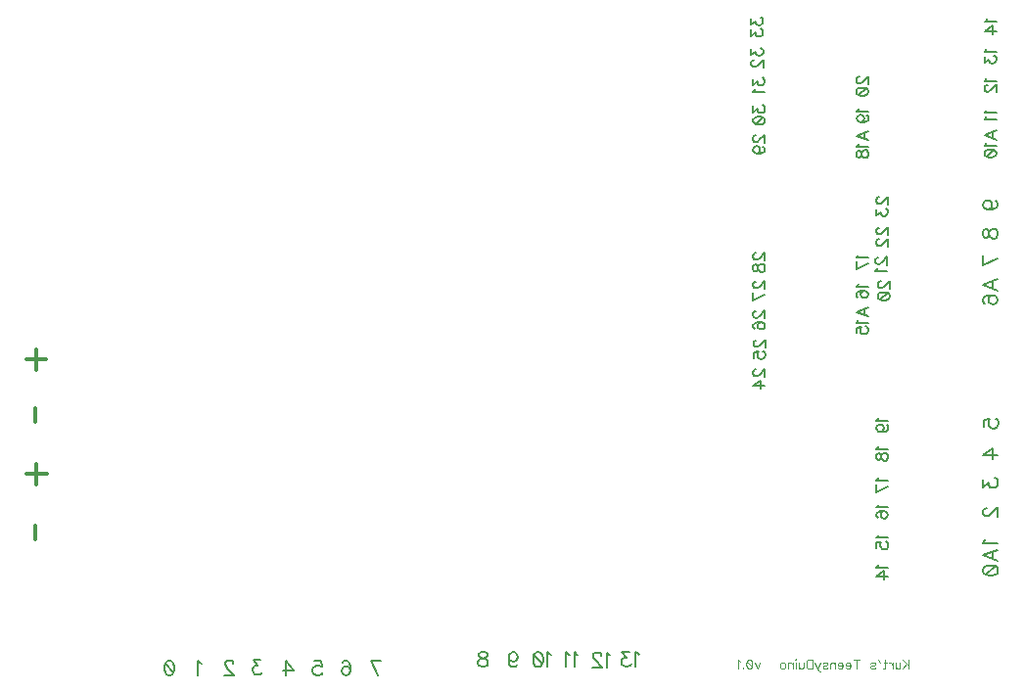
<source format=gbo>
G04 DipTrace Beta 2.3.5.2*
%INTeensyDuinoV001-wide.gbo*%
%MOIN*%
%ADD117C,0.0062*%
%ADD118C,0.0077*%
%ADD119C,0.0124*%
%ADD120C,0.0046*%
%FSLAX44Y44*%
G04*
G70*
G90*
G75*
G01*
%LNBotSilk*%
%LPD*%
X9346Y4613D2*
D118*
X9418Y4590D1*
X9466Y4518D1*
X9490Y4398D1*
Y4327D1*
X9466Y4207D1*
X9418Y4135D1*
X9346Y4112D1*
X9299D1*
X9227Y4135D1*
X9179Y4207D1*
X9155Y4327D1*
Y4398D1*
X9179Y4518D1*
X9227Y4590D1*
X9299Y4613D1*
X9346D1*
X9179Y4518D2*
X9466Y4207D1*
X10410Y4523D2*
X10362Y4547D1*
X10290Y4618D1*
Y4117D1*
X11501Y4504D2*
Y4528D1*
X11477Y4576D1*
X11453Y4600D1*
X11405Y4623D1*
X11309D1*
X11262Y4600D1*
X11238Y4576D1*
X11214Y4528D1*
Y4480D1*
X11238Y4432D1*
X11286Y4361D1*
X11525Y4122D1*
X11190D1*
X12432Y4633D2*
X12169D1*
X12312Y4442D1*
X12241D1*
X12193Y4418D1*
X12169Y4395D1*
X12145Y4323D1*
Y4275D1*
X12169Y4203D1*
X12217Y4155D1*
X12289Y4132D1*
X12361D1*
X12432Y4155D1*
X12456Y4180D1*
X12480Y4227D1*
X13299Y4112D2*
Y4613D1*
X13539Y4279D1*
X13180D1*
X14243Y4613D2*
X14482D1*
X14506Y4398D1*
X14482Y4422D1*
X14410Y4447D1*
X14339D1*
X14267Y4422D1*
X14219Y4375D1*
X14195Y4303D1*
Y4255D1*
X14219Y4183D1*
X14267Y4135D1*
X14339Y4112D1*
X14410D1*
X14482Y4135D1*
X14506Y4160D1*
X14530Y4207D1*
X15204Y4542D2*
X15228Y4590D1*
X15299Y4613D1*
X15347D1*
X15419Y4590D1*
X15467Y4518D1*
X15491Y4398D1*
Y4279D1*
X15467Y4183D1*
X15419Y4135D1*
X15347Y4112D1*
X15323D1*
X15252Y4135D1*
X15204Y4183D1*
X15180Y4255D1*
Y4279D1*
X15204Y4351D1*
X15252Y4398D1*
X15323Y4422D1*
X15347D1*
X15419Y4398D1*
X15467Y4351D1*
X15491Y4279D1*
X16424Y4122D2*
X16185Y4623D1*
X16520D1*
X5142Y10971D2*
D119*
X4454D1*
X4798Y10627D2*
Y11316D1*
X4763Y8754D2*
Y9196D1*
X20045Y4908D2*
D118*
X20116Y4885D1*
X20141Y4837D1*
Y4789D1*
X20116Y4742D1*
X20069Y4717D1*
X19973Y4693D1*
X19901Y4670D1*
X19854Y4622D1*
X19830Y4574D1*
Y4502D1*
X19854Y4455D1*
X19878Y4430D1*
X19949Y4407D1*
X20045D1*
X20116Y4430D1*
X20141Y4455D1*
X20164Y4502D1*
Y4574D1*
X20141Y4622D1*
X20093Y4670D1*
X20021Y4693D1*
X19926Y4717D1*
X19878Y4742D1*
X19854Y4789D1*
Y4837D1*
X19878Y4885D1*
X19949Y4908D1*
X20045D1*
X20870Y4732D2*
X20894Y4660D1*
X20942Y4612D1*
X21014Y4588D1*
X21037D1*
X21109Y4612D1*
X21157Y4660D1*
X21181Y4732D1*
Y4755D1*
X21157Y4827D1*
X21109Y4875D1*
X21037Y4898D1*
X21014D1*
X20942Y4875D1*
X20894Y4827D1*
X20870Y4732D1*
Y4612D1*
X20894Y4492D1*
X20942Y4420D1*
X21014Y4397D1*
X21061D1*
X21133Y4420D1*
X21157Y4468D1*
X22314Y4808D2*
X22266Y4832D1*
X22194Y4903D1*
Y4402D1*
X21896Y4903D2*
X21968Y4880D1*
X22016Y4808D1*
X22040Y4688D1*
Y4617D1*
X22016Y4497D1*
X21968Y4425D1*
X21896Y4402D1*
X21849D1*
X21777Y4425D1*
X21729Y4497D1*
X21705Y4617D1*
Y4688D1*
X21729Y4808D1*
X21777Y4880D1*
X21849Y4903D1*
X21896D1*
X21729Y4808D2*
X22016Y4497D1*
X23229Y4803D2*
X23181Y4827D1*
X23109Y4898D1*
Y4397D1*
X22955Y4803D2*
X22907Y4827D1*
X22835Y4898D1*
Y4397D1*
X24329Y4798D2*
X24281Y4822D1*
X24209Y4893D1*
Y4392D1*
X24031Y4774D2*
Y4798D1*
X24007Y4846D1*
X23983Y4870D1*
X23935Y4893D1*
X23839D1*
X23792Y4870D1*
X23768Y4846D1*
X23744Y4798D1*
Y4750D1*
X23768Y4702D1*
X23816Y4631D1*
X24055Y4392D1*
X23720D1*
X25319Y4813D2*
X25271Y4837D1*
X25199Y4908D1*
Y4407D1*
X24997Y4908D2*
X24734D1*
X24877Y4717D1*
X24806D1*
X24758Y4693D1*
X24734Y4670D1*
X24710Y4598D1*
Y4550D1*
X24734Y4478D1*
X24782Y4430D1*
X24854Y4407D1*
X24926D1*
X24997Y4430D1*
X25021Y4455D1*
X25045Y4502D1*
X34488Y4647D2*
D120*
Y4346D1*
X34287Y4647D2*
X34488Y4446D1*
X34416Y4518D2*
X34287Y4346D1*
X34194Y4546D2*
Y4403D1*
X34180Y4360D1*
X34151Y4346D1*
X34108D1*
X34080Y4360D1*
X34037Y4403D1*
Y4546D2*
Y4346D1*
X33944Y4546D2*
Y4346D1*
Y4460D2*
X33929Y4503D1*
X33901Y4532D1*
X33872Y4546D1*
X33829D1*
X33693Y4647D2*
Y4403D1*
X33679Y4360D1*
X33650Y4346D1*
X33621D1*
X33736Y4546D2*
X33636D1*
X33457Y4647D2*
X33529Y4560D1*
X33443Y4632D1*
X33457Y4647D1*
X33192Y4503D2*
X33206Y4532D1*
X33249Y4546D1*
X33293D1*
X33336Y4532D1*
X33350Y4503D1*
X33336Y4475D1*
X33307Y4460D1*
X33235Y4446D1*
X33206Y4432D1*
X33192Y4403D1*
Y4389D1*
X33206Y4360D1*
X33249Y4346D1*
X33293D1*
X33336Y4360D1*
X33350Y4389D1*
X32707Y4647D2*
Y4346D1*
X32808Y4647D2*
X32607D1*
X32514Y4460D2*
X32342D1*
Y4489D1*
X32356Y4518D1*
X32371Y4532D1*
X32400Y4546D1*
X32443D1*
X32471Y4532D1*
X32500Y4503D1*
X32514Y4460D1*
Y4432D1*
X32500Y4389D1*
X32471Y4360D1*
X32443Y4346D1*
X32400D1*
X32371Y4360D1*
X32342Y4389D1*
X32250Y4460D2*
X32077D1*
Y4489D1*
X32092Y4518D1*
X32106Y4532D1*
X32135Y4546D1*
X32178D1*
X32206Y4532D1*
X32235Y4503D1*
X32250Y4460D1*
Y4432D1*
X32235Y4389D1*
X32206Y4360D1*
X32178Y4346D1*
X32135D1*
X32106Y4360D1*
X32077Y4389D1*
X31985Y4546D2*
Y4346D1*
Y4489D2*
X31942Y4532D1*
X31913Y4546D1*
X31870D1*
X31841Y4532D1*
X31827Y4489D1*
Y4346D1*
X31576Y4503D2*
X31591Y4532D1*
X31634Y4546D1*
X31677D1*
X31720Y4532D1*
X31734Y4503D1*
X31720Y4475D1*
X31691Y4460D1*
X31620Y4446D1*
X31591Y4432D1*
X31576Y4403D1*
Y4389D1*
X31591Y4360D1*
X31634Y4346D1*
X31677D1*
X31720Y4360D1*
X31734Y4389D1*
X31469Y4546D2*
X31383Y4346D1*
X31412Y4288D1*
X31441Y4259D1*
X31469Y4245D1*
X31484D1*
X31297Y4546D2*
X31383Y4346D1*
X31204Y4647D2*
Y4346D1*
X31104D1*
X31061Y4360D1*
X31032Y4389D1*
X31018Y4417D1*
X31003Y4460D1*
Y4532D1*
X31018Y4575D1*
X31032Y4604D1*
X31061Y4633D1*
X31104Y4647D1*
X31204D1*
X30911Y4546D2*
Y4403D1*
X30897Y4360D1*
X30868Y4346D1*
X30825D1*
X30796Y4360D1*
X30753Y4403D1*
Y4546D2*
Y4346D1*
X30660Y4647D2*
X30646Y4633D1*
X30632Y4647D1*
X30646Y4662D1*
X30660Y4647D1*
X30646Y4546D2*
Y4346D1*
X30539Y4546D2*
Y4346D1*
Y4489D2*
X30496Y4532D1*
X30467Y4546D1*
X30424D1*
X30395Y4532D1*
X30381Y4489D1*
Y4346D1*
X30217Y4546D2*
X30245Y4532D1*
X30274Y4503D1*
X30288Y4460D1*
Y4432D1*
X30274Y4389D1*
X30245Y4360D1*
X30217Y4346D1*
X30174D1*
X30145Y4360D1*
X30116Y4389D1*
X30102Y4432D1*
Y4460D1*
X30116Y4503D1*
X30145Y4532D1*
X30174Y4546D1*
X30217D1*
X29426D2*
X29340Y4346D1*
X29254Y4546D1*
X29075Y4647D2*
X29118Y4632D1*
X29147Y4589D1*
X29161Y4518D1*
Y4475D1*
X29147Y4403D1*
X29118Y4360D1*
X29075Y4346D1*
X29046D1*
X29003Y4360D1*
X28975Y4403D1*
X28960Y4475D1*
Y4518D1*
X28975Y4589D1*
X29003Y4632D1*
X29046Y4647D1*
X29075D1*
X28975Y4589D2*
X29147Y4403D1*
X28853Y4374D2*
X28868Y4360D1*
X28853Y4346D1*
X28839Y4360D1*
X28853Y4374D1*
X28746Y4589D2*
X28717Y4604D1*
X28674Y4647D1*
Y4346D1*
X5132Y14871D2*
D119*
X4444D1*
X4788Y14527D2*
Y15216D1*
X4753Y12754D2*
Y13196D1*
X37532Y8006D2*
D118*
X37030Y8198D1*
X37532Y8389D1*
X37365Y8317D2*
Y8078D1*
X37030Y7708D2*
X37054Y7780D1*
X37126Y7828D1*
X37245Y7851D1*
X37317D1*
X37437Y7828D1*
X37508Y7780D1*
X37532Y7708D1*
Y7660D1*
X37508Y7588D1*
X37437Y7541D1*
X37317Y7517D1*
X37245D1*
X37126Y7541D1*
X37054Y7588D1*
X37030Y7660D1*
Y7708D1*
X37126Y7541D2*
X37437Y7828D1*
X37122Y8743D2*
X37098Y8695D1*
X37027Y8623D1*
X37528D1*
X37148Y9816D2*
X37125D1*
X37077Y9792D1*
X37053Y9768D1*
X37029Y9720D1*
Y9625D1*
X37053Y9577D1*
X37077Y9553D1*
X37125Y9529D1*
X37172D1*
X37220Y9553D1*
X37292Y9601D1*
X37531Y9840D1*
Y9505D1*
X37029Y10782D2*
Y10520D1*
X37220Y10663D1*
Y10591D1*
X37244Y10543D1*
X37268Y10520D1*
X37340Y10495D1*
X37387D1*
X37459Y10520D1*
X37507Y10567D1*
X37531Y10639D1*
Y10711D1*
X37507Y10782D1*
X37483Y10806D1*
X37435Y10830D1*
X37529Y11603D2*
X37027D1*
X37362Y11842D1*
Y11483D1*
X37039Y12573D2*
Y12812D1*
X37254Y12836D1*
X37230Y12812D1*
X37206Y12740D1*
Y12669D1*
X37230Y12597D1*
X37278Y12549D1*
X37350Y12525D1*
X37397D1*
X37469Y12549D1*
X37517Y12597D1*
X37541Y12669D1*
Y12740D1*
X37517Y12812D1*
X37493Y12836D1*
X37445Y12860D1*
X37522Y17212D2*
X37020Y17403D1*
X37522Y17595D1*
X37355Y17523D2*
Y17283D1*
X37092Y16770D2*
X37044Y16794D1*
X37020Y16866D1*
Y16913D1*
X37044Y16985D1*
X37116Y17033D1*
X37235Y17057D1*
X37355D1*
X37450Y17033D1*
X37498Y16985D1*
X37522Y16913D1*
Y16890D1*
X37498Y16818D1*
X37450Y16770D1*
X37379Y16747D1*
X37355D1*
X37283Y16770D1*
X37235Y16818D1*
X37212Y16890D1*
Y16913D1*
X37235Y16985D1*
X37283Y17033D1*
X37355Y17057D1*
X37528Y18302D2*
X37027Y18063D1*
Y18398D1*
X37019Y19200D2*
X37043Y19272D1*
X37090Y19296D1*
X37138D1*
X37186Y19272D1*
X37210Y19224D1*
X37234Y19128D1*
X37258Y19057D1*
X37306Y19009D1*
X37353Y18985D1*
X37425D1*
X37473Y19009D1*
X37497Y19033D1*
X37521Y19105D1*
Y19200D1*
X37497Y19272D1*
X37473Y19296D1*
X37425Y19320D1*
X37353D1*
X37306Y19296D1*
X37258Y19248D1*
X37234Y19176D1*
X37210Y19081D1*
X37186Y19033D1*
X37138Y19009D1*
X37090D1*
X37043Y19033D1*
X37019Y19105D1*
Y19200D1*
X37186Y19975D2*
X37258Y20000D1*
X37306Y20047D1*
X37330Y20119D1*
Y20143D1*
X37306Y20215D1*
X37258Y20262D1*
X37186Y20286D1*
X37162D1*
X37090Y20262D1*
X37043Y20215D1*
X37019Y20143D1*
Y20119D1*
X37043Y20047D1*
X37090Y20000D1*
X37186Y19975D1*
X37306D1*
X37425Y20000D1*
X37497Y20047D1*
X37521Y20119D1*
Y20166D1*
X37497Y20238D1*
X37449Y20262D1*
X33108Y16340D2*
D117*
X32706Y16493D1*
X33108Y16646D1*
X32974Y16589D2*
Y16397D1*
X32783Y16216D2*
X32763Y16178D1*
X32706Y16120D1*
X33108D1*
X32706Y15767D2*
Y15958D1*
X32878Y15977D1*
X32859Y15958D1*
X32840Y15901D1*
Y15844D1*
X32859Y15786D1*
X32897Y15748D1*
X32955Y15729D1*
X32993D1*
X33050Y15748D1*
X33089Y15786D1*
X33108Y15844D1*
Y15901D1*
X33089Y15958D1*
X33069Y15977D1*
X33031Y15997D1*
X32779Y17433D2*
X32760Y17394D1*
X32703Y17337D1*
X33104D1*
X32760Y16984D2*
X32722Y17003D1*
X32703Y17061D1*
Y17099D1*
X32722Y17156D1*
X32779Y17194D1*
X32875Y17213D1*
X32970D1*
X33047Y17194D1*
X33085Y17156D1*
X33104Y17099D1*
Y17080D1*
X33085Y17022D1*
X33047Y16984D1*
X32989Y16965D1*
X32970D1*
X32913Y16984D1*
X32875Y17022D1*
X32856Y17080D1*
Y17099D1*
X32875Y17156D1*
X32913Y17194D1*
X32970Y17213D1*
X32782Y18425D2*
X32762Y18386D1*
X32705Y18329D1*
X33107D1*
Y18129D2*
X32705Y17938D1*
Y18205D1*
X33118Y22339D2*
X32716Y22493D1*
X33118Y22646D1*
X32984Y22588D2*
Y22397D1*
X32793Y22216D2*
X32773Y22177D1*
X32716Y22120D1*
X33118D1*
X32716Y21901D2*
X32735Y21958D1*
X32773Y21977D1*
X32812D1*
X32850Y21958D1*
X32869Y21920D1*
X32888Y21843D1*
X32907Y21786D1*
X32946Y21748D1*
X32984Y21729D1*
X33041D1*
X33079Y21748D1*
X33099Y21767D1*
X33118Y21824D1*
Y21901D1*
X33099Y21958D1*
X33079Y21977D1*
X33041Y21996D1*
X32984D1*
X32946Y21977D1*
X32907Y21939D1*
X32888Y21882D1*
X32869Y21805D1*
X32850Y21767D1*
X32812Y21748D1*
X32773D1*
X32735Y21767D1*
X32716Y21824D1*
Y21901D1*
X32799Y23423D2*
X32780Y23385D1*
X32723Y23327D1*
X33124D1*
X32856Y22955D2*
X32914Y22974D1*
X32952Y23012D1*
X32971Y23070D1*
Y23089D1*
X32952Y23146D1*
X32914Y23184D1*
X32856Y23204D1*
X32837D1*
X32780Y23184D1*
X32742Y23146D1*
X32723Y23089D1*
Y23070D1*
X32742Y23012D1*
X32780Y22974D1*
X32856Y22955D1*
X32952D1*
X33048Y22974D1*
X33105Y23012D1*
X33124Y23070D1*
Y23108D1*
X33105Y23165D1*
X33067Y23184D1*
X32811Y24497D2*
X32792D1*
X32753Y24478D1*
X32734Y24459D1*
X32715Y24421D1*
Y24344D1*
X32734Y24306D1*
X32753Y24287D1*
X32792Y24268D1*
X32830D1*
X32868Y24287D1*
X32925Y24325D1*
X33117Y24517D1*
Y24249D1*
X32715Y24010D2*
X32734Y24068D1*
X32792Y24106D1*
X32887Y24125D1*
X32945D1*
X33040Y24106D1*
X33098Y24068D1*
X33117Y24010D1*
Y23972D1*
X33098Y23915D1*
X33040Y23877D1*
X32945Y23858D1*
X32887D1*
X32792Y23877D1*
X32734Y23915D1*
X32715Y23972D1*
Y24010D1*
X32792Y23877D2*
X33040Y24106D1*
X37478Y22360D2*
X37076Y22513D1*
X37478Y22666D1*
X37344Y22609D2*
Y22417D1*
X37153Y22236D2*
X37133Y22198D1*
X37076Y22140D1*
X37478D1*
X37076Y21902D2*
X37095Y21959D1*
X37153Y21998D1*
X37248Y22017D1*
X37306D1*
X37401Y21998D1*
X37459Y21959D1*
X37478Y21902D1*
Y21864D1*
X37459Y21806D1*
X37401Y21768D1*
X37306Y21749D1*
X37248D1*
X37153Y21768D1*
X37095Y21806D1*
X37076Y21864D1*
Y21902D1*
X37153Y21768D2*
X37401Y21998D1*
X37149Y23360D2*
X37130Y23322D1*
X37073Y23264D1*
X37474D1*
X37149Y23141D2*
X37130Y23102D1*
X37073Y23045D1*
X37474D1*
X37152Y24455D2*
X37132Y24416D1*
X37075Y24359D1*
X37477D1*
X37171Y24216D2*
X37152D1*
X37113Y24197D1*
X37094Y24178D1*
X37075Y24140D1*
Y24063D1*
X37094Y24025D1*
X37113Y24006D1*
X37152Y23987D1*
X37190D1*
X37228Y24006D1*
X37285Y24044D1*
X37477Y24235D1*
Y23968D1*
X37152Y25445D2*
X37132Y25406D1*
X37075Y25349D1*
X37477D1*
X37075Y25187D2*
Y24977D1*
X37228Y25091D1*
Y25034D1*
X37247Y24996D1*
X37266Y24977D1*
X37324Y24958D1*
X37362D1*
X37419Y24977D1*
X37458Y25015D1*
X37477Y25072D1*
Y25130D1*
X37458Y25187D1*
X37438Y25206D1*
X37400Y25225D1*
X37160Y26462D2*
X37140Y26424D1*
X37083Y26366D1*
X37485D1*
Y26051D2*
X37083D1*
X37351Y26243D1*
Y25956D1*
X33458Y18343D2*
X33439D1*
X33401Y18324D1*
X33382Y18305D1*
X33363Y18266D1*
Y18190D1*
X33382Y18152D1*
X33401Y18133D1*
X33439Y18113D1*
X33477D1*
X33516Y18133D1*
X33573Y18171D1*
X33764Y18362D1*
Y18094D1*
X33439Y17971D2*
X33420Y17932D1*
X33363Y17875D1*
X33764D1*
X33481Y19357D2*
X33462D1*
X33423Y19338D1*
X33404Y19319D1*
X33385Y19281D1*
Y19204D1*
X33404Y19166D1*
X33423Y19147D1*
X33462Y19128D1*
X33500D1*
X33538Y19147D1*
X33595Y19185D1*
X33787Y19377D1*
Y19109D1*
X33481Y18966D2*
X33462D1*
X33423Y18947D1*
X33404Y18928D1*
X33385Y18890D1*
Y18813D1*
X33404Y18775D1*
X33423Y18756D1*
X33462Y18737D1*
X33500D1*
X33538Y18756D1*
X33595Y18794D1*
X33787Y18985D1*
Y18718D1*
X33481Y20397D2*
X33462D1*
X33423Y20378D1*
X33404Y20359D1*
X33385Y20321D1*
Y20244D1*
X33404Y20206D1*
X33423Y20187D1*
X33462Y20168D1*
X33500D1*
X33538Y20187D1*
X33595Y20225D1*
X33787Y20417D1*
Y20149D1*
X33385Y19987D2*
Y19777D1*
X33538Y19891D1*
Y19834D1*
X33557Y19796D1*
X33576Y19777D1*
X33634Y19758D1*
X33672D1*
X33729Y19777D1*
X33768Y19815D1*
X33787Y19872D1*
Y19930D1*
X33768Y19987D1*
X33748Y20006D1*
X33710Y20025D1*
X33542Y17529D2*
X33523D1*
X33484Y17510D1*
X33465Y17491D1*
X33446Y17452D1*
Y17376D1*
X33465Y17338D1*
X33484Y17319D1*
X33523Y17299D1*
X33561D1*
X33599Y17319D1*
X33656Y17357D1*
X33848Y17548D1*
Y17280D1*
X33446Y17042D2*
X33465Y17099D1*
X33523Y17138D1*
X33618Y17157D1*
X33676D1*
X33771Y17138D1*
X33829Y17099D1*
X33848Y17042D1*
Y17004D1*
X33829Y16946D1*
X33771Y16908D1*
X33676Y16889D1*
X33618D1*
X33523Y16908D1*
X33465Y16946D1*
X33446Y17004D1*
Y17042D1*
X33523Y16908D2*
X33771Y17138D1*
X29292Y14528D2*
X29273D1*
X29234Y14509D1*
X29215Y14490D1*
X29196Y14451D1*
Y14375D1*
X29215Y14337D1*
X29234Y14318D1*
X29273Y14298D1*
X29311D1*
X29349Y14318D1*
X29406Y14356D1*
X29598Y14547D1*
Y14279D1*
Y13964D2*
X29196D1*
X29464Y14156D1*
Y13869D1*
X29298Y15525D2*
X29279D1*
X29241Y15506D1*
X29222Y15487D1*
X29203Y15448D1*
Y15372D1*
X29222Y15334D1*
X29241Y15315D1*
X29279Y15295D1*
X29317D1*
X29356Y15315D1*
X29413Y15353D1*
X29604Y15544D1*
Y15276D1*
X29203Y14923D2*
Y15114D1*
X29375Y15133D1*
X29356Y15114D1*
X29336Y15057D1*
Y15000D1*
X29356Y14942D1*
X29394Y14904D1*
X29451Y14885D1*
X29489D1*
X29547Y14904D1*
X29585Y14942D1*
X29604Y15000D1*
Y15057D1*
X29585Y15114D1*
X29566Y15133D1*
X29528Y15153D1*
X29291Y16518D2*
X29272D1*
X29233Y16499D1*
X29214Y16480D1*
X29195Y16442D1*
Y16365D1*
X29214Y16327D1*
X29233Y16308D1*
X29272Y16289D1*
X29310D1*
X29348Y16308D1*
X29405Y16346D1*
X29597Y16537D1*
Y16270D1*
X29252Y15917D2*
X29214Y15936D1*
X29195Y15993D1*
Y16031D1*
X29214Y16089D1*
X29272Y16127D1*
X29367Y16146D1*
X29463D1*
X29539Y16127D1*
X29578Y16089D1*
X29597Y16031D1*
Y16012D1*
X29578Y15955D1*
X29539Y15917D1*
X29482Y15898D1*
X29463D1*
X29405Y15917D1*
X29367Y15955D1*
X29348Y16012D1*
Y16031D1*
X29367Y16089D1*
X29405Y16127D1*
X29463Y16146D1*
X29291Y17527D2*
X29272D1*
X29233Y17508D1*
X29214Y17489D1*
X29195Y17451D1*
Y17374D1*
X29214Y17336D1*
X29233Y17317D1*
X29272Y17298D1*
X29310D1*
X29348Y17317D1*
X29405Y17355D1*
X29597Y17547D1*
Y17279D1*
Y17079D2*
X29195Y16888D1*
Y17155D1*
X29289Y18495D2*
X29270D1*
X29231Y18476D1*
X29212Y18457D1*
X29193Y18419D1*
Y18342D1*
X29212Y18304D1*
X29231Y18285D1*
X29270Y18266D1*
X29308D1*
X29346Y18285D1*
X29403Y18323D1*
X29595Y18515D1*
Y18247D1*
X29193Y18028D2*
X29212Y18085D1*
X29250Y18104D1*
X29289D1*
X29327Y18085D1*
X29346Y18047D1*
X29365Y17970D1*
X29384Y17913D1*
X29423Y17875D1*
X29461Y17856D1*
X29518D1*
X29556Y17875D1*
X29576Y17894D1*
X29595Y17951D1*
Y18028D1*
X29576Y18085D1*
X29556Y18104D1*
X29518Y18123D1*
X29461D1*
X29423Y18104D1*
X29384Y18066D1*
X29365Y18009D1*
X29346Y17932D1*
X29327Y17894D1*
X29289Y17875D1*
X29250D1*
X29212Y17894D1*
X29193Y17951D1*
Y18028D1*
X29282Y22500D2*
X29263D1*
X29224Y22481D1*
X29205Y22462D1*
X29186Y22423D1*
Y22347D1*
X29205Y22309D1*
X29224Y22290D1*
X29263Y22270D1*
X29301D1*
X29339Y22290D1*
X29396Y22328D1*
X29588Y22519D1*
Y22251D1*
X29320Y21879D2*
X29377Y21898D1*
X29416Y21936D1*
X29435Y21994D1*
Y22013D1*
X29416Y22070D1*
X29377Y22108D1*
X29320Y22128D1*
X29301D1*
X29243Y22108D1*
X29205Y22070D1*
X29186Y22013D1*
Y21994D1*
X29205Y21936D1*
X29243Y21898D1*
X29320Y21879D1*
X29416D1*
X29511Y21898D1*
X29569Y21936D1*
X29588Y21994D1*
Y22032D1*
X29569Y22089D1*
X29530Y22108D1*
X29193Y23496D2*
Y23286D1*
X29346Y23400D1*
Y23343D1*
X29365Y23305D1*
X29384Y23286D1*
X29441Y23266D1*
X29479D1*
X29537Y23286D1*
X29575Y23324D1*
X29594Y23381D1*
Y23439D1*
X29575Y23496D1*
X29556Y23515D1*
X29518Y23534D1*
X29193Y23028D2*
X29212Y23085D1*
X29269Y23124D1*
X29365Y23143D1*
X29422D1*
X29518Y23124D1*
X29575Y23085D1*
X29594Y23028D1*
Y22990D1*
X29575Y22932D1*
X29518Y22894D1*
X29422Y22875D1*
X29365D1*
X29269Y22894D1*
X29212Y22932D1*
X29193Y22990D1*
Y23028D1*
X29269Y22894D2*
X29518Y23124D1*
X29185Y24426D2*
Y24216D1*
X29338Y24331D1*
Y24273D1*
X29357Y24235D1*
X29376Y24216D1*
X29434Y24197D1*
X29472D1*
X29529Y24216D1*
X29568Y24254D1*
X29587Y24312D1*
Y24369D1*
X29568Y24426D1*
X29548Y24445D1*
X29510Y24465D1*
X29262Y24073D2*
X29242Y24035D1*
X29185Y23978D1*
X29587D1*
X29135Y25438D2*
Y25228D1*
X29288Y25343D1*
Y25285D1*
X29307Y25247D1*
X29326Y25228D1*
X29384Y25209D1*
X29422D1*
X29479Y25228D1*
X29518Y25266D1*
X29537Y25324D1*
Y25381D1*
X29518Y25438D1*
X29498Y25457D1*
X29460Y25477D1*
X29231Y25066D2*
X29212D1*
X29173Y25047D1*
X29154Y25028D1*
X29135Y24990D1*
Y24913D1*
X29154Y24875D1*
X29173Y24856D1*
X29212Y24837D1*
X29250D1*
X29288Y24856D1*
X29345Y24894D1*
X29537Y25085D1*
Y24818D1*
X29123Y26487D2*
Y26277D1*
X29276Y26391D1*
Y26334D1*
X29295Y26296D1*
X29314Y26277D1*
X29372Y26257D1*
X29410D1*
X29467Y26277D1*
X29506Y26315D1*
X29525Y26372D1*
Y26430D1*
X29506Y26487D1*
X29486Y26506D1*
X29448Y26525D1*
X29123Y26095D2*
Y25885D1*
X29276Y26000D1*
Y25942D1*
X29295Y25904D1*
X29314Y25885D1*
X29372Y25866D1*
X29410D1*
X29467Y25885D1*
X29506Y25923D1*
X29525Y25981D1*
Y26038D1*
X29506Y26095D1*
X29486Y26114D1*
X29448Y26134D1*
X33463Y7885D2*
X33443Y7847D1*
X33386Y7789D1*
X33788D1*
Y7474D2*
X33386D1*
X33654Y7666D1*
Y7379D1*
X33469Y8892D2*
X33450Y8854D1*
X33393Y8796D1*
X33794D1*
X33393Y8443D2*
Y8634D1*
X33565Y8653D1*
X33546Y8634D1*
X33526Y8577D1*
Y8520D1*
X33546Y8462D1*
X33584Y8424D1*
X33641Y8405D1*
X33679D1*
X33737Y8424D1*
X33775Y8462D1*
X33794Y8520D1*
Y8577D1*
X33775Y8634D1*
X33756Y8653D1*
X33718Y8673D1*
X33462Y9925D2*
X33442Y9887D1*
X33385Y9830D1*
X33787D1*
X33442Y9477D2*
X33404Y9496D1*
X33385Y9553D1*
Y9591D1*
X33404Y9649D1*
X33462Y9687D1*
X33557Y9706D1*
X33653D1*
X33729Y9687D1*
X33768Y9649D1*
X33787Y9591D1*
Y9572D1*
X33768Y9515D1*
X33729Y9477D1*
X33672Y9458D1*
X33653D1*
X33595Y9477D1*
X33557Y9515D1*
X33538Y9572D1*
Y9591D1*
X33557Y9649D1*
X33595Y9687D1*
X33653Y9706D1*
X33462Y10845D2*
X33442Y10806D1*
X33385Y10749D1*
X33787D1*
Y10549D2*
X33385Y10358D1*
Y10625D1*
X33460Y11913D2*
X33440Y11874D1*
X33383Y11817D1*
X33785D1*
X33383Y11598D2*
X33402Y11655D1*
X33440Y11674D1*
X33479D1*
X33517Y11655D1*
X33536Y11617D1*
X33555Y11540D1*
X33574Y11483D1*
X33613Y11445D1*
X33651Y11426D1*
X33708D1*
X33746Y11445D1*
X33766Y11464D1*
X33785Y11521D1*
Y11598D1*
X33766Y11655D1*
X33746Y11674D1*
X33708Y11693D1*
X33651D1*
X33613Y11674D1*
X33574Y11636D1*
X33555Y11579D1*
X33536Y11502D1*
X33517Y11464D1*
X33479Y11445D1*
X33440D1*
X33402Y11464D1*
X33383Y11521D1*
Y11598D1*
X33472Y12876D2*
X33452Y12837D1*
X33395Y12780D1*
X33797D1*
X33529Y12408D2*
X33586Y12427D1*
X33625Y12465D1*
X33644Y12522D1*
Y12541D1*
X33625Y12599D1*
X33586Y12637D1*
X33529Y12656D1*
X33510D1*
X33452Y12637D1*
X33414Y12599D1*
X33395Y12541D1*
Y12522D1*
X33414Y12465D1*
X33452Y12427D1*
X33529Y12408D1*
X33625D1*
X33720Y12427D1*
X33778Y12465D1*
X33797Y12522D1*
Y12560D1*
X33778Y12618D1*
X33739Y12637D1*
M02*

</source>
